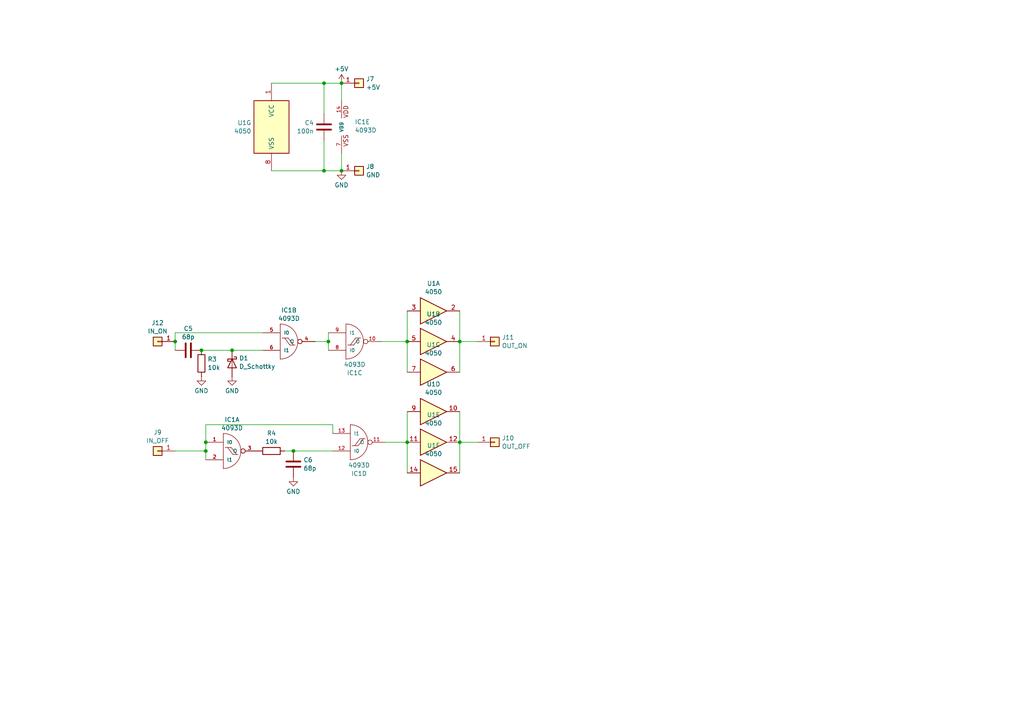
<source format=kicad_sch>
(kicad_sch (version 20231120) (generator "eeschema") (generator_version "8.0")
  (paper "A4")
  (title_block (title "HTOL pulser") (date "2025-01-17") (rev "A") (company "Xavier B.") (comment 1 "NXP TLS"))
  (lib_symbols
    (symbol "40xx:4093D" (pin_names (offset 1.016))
      (property "Reference" "IC" (at 2.54 3.175 0))
      (property "Value" "4093D" (at 2.54 -5.08 0))
      (symbol "4093D_1_0"
        (polyline (pts (xy -2.54 5.08) (xy -2.54 -5.08)))
        (polyline (pts (xy -1.27 1.016) (xy 0.254 -1.016)))
        (polyline (pts (xy -0.254 1.016) (xy -2.032 1.016)))
        (polyline (pts (xy -0.254 1.016) (xy 1.27 -1.016)))
        (polyline (pts (xy 0.254 -1.016) (xy 1.778 -1.016)))
      )
      (symbol "4093D_1_1"
        (arc (start -2.54 -5.08) (mid 2.5179 0) (end -2.54 5.08))
        (pin input line (at -7.62 2.54 0) (length 5.08) (name "I0") (number "1"))
        (pin input line (at -7.62 -2.54 0) (length 5.08) (name "I1") (number "2"))
        (pin output inverted (at 7.62 0 180) (length 5.08) (name "O") (number "3"))
      )
      (symbol "4093D_2_0"
        (polyline (pts (xy -2.54 5.08) (xy -2.54 -5.08)))
        (polyline (pts (xy -1.27 1.016) (xy 0.254 -1.016)))
        (polyline (pts (xy -0.254 1.016) (xy -2.032 1.016)))
        (polyline (pts (xy -0.254 1.016) (xy 1.27 -1.016)))
        (polyline (pts (xy 0.254 -1.016) (xy 1.778 -1.016)))
      )
      (symbol "4093D_2_1"
        (arc (start -2.54 -5.08) (mid 2.5179 0) (end -2.54 5.08))
        (pin output inverted (at 7.62 0 180) (length 5.08) (name "O") (number "4"))
        (pin input line (at -7.62 2.54 0) (length 5.08) (name "I0") (number "5"))
        (pin input line (at -7.62 -2.54 0) (length 5.08) (name "I1") (number "6"))
      )
      (symbol "4093D_3_0"
        (polyline (pts (xy -2.54 5.08) (xy -2.54 -5.08)))
        (polyline (pts (xy -1.27 1.016) (xy 0.254 -1.016)))
        (polyline (pts (xy -0.254 1.016) (xy -2.032 1.016)))
        (polyline (pts (xy -0.254 1.016) (xy 1.27 -1.016)))
        (polyline (pts (xy 0.254 -1.016) (xy 1.778 -1.016)))
      )
      (symbol "4093D_3_1"
        (arc (start -2.54 -5.08) (mid 2.5179 0) (end -2.54 5.08))
        (pin output inverted (at 7.62 0 180) (length 5.08) (name "O") (number "10"))
        (pin input line (at -7.62 2.54 0) (length 5.08) (name "I0") (number "8"))
        (pin input line (at -7.62 -2.54 0) (length 5.08) (name "I1") (number "9"))
      )
      (symbol "4093D_4_0"
        (polyline (pts (xy -2.54 5.08) (xy -2.54 -5.08)))
        (polyline (pts (xy -1.27 1.016) (xy 0.254 -1.016)))
        (polyline (pts (xy -0.254 1.016) (xy -2.032 1.016)))
        (polyline (pts (xy -0.254 1.016) (xy 1.27 -1.016)))
        (polyline (pts (xy 0.254 -1.016) (xy 1.778 -1.016)))
      )
      (symbol "4093D_4_1"
        (arc (start -2.54 -5.08) (mid 2.5179 0) (end -2.54 5.08))
        (pin output inverted (at 7.62 0 180) (length 5.08) (name "O") (number "11"))
        (pin input line (at -7.62 2.54 0) (length 5.08) (name "I0") (number "12"))
        (pin input line (at -7.62 -2.54 0) (length 5.08) (name "I1") (number "13"))
      )
      (symbol "4093D_5_0"
        (text "VDD" (at 1.27 4.445 1) (effects (font (size 1.27 1.27))))
        (text "VSS" (at 1.27 -3.937 1) (effects (font (size 1.27 1.27))))
      )
      (symbol "4093D_5_1"
        (pin power_in line (at 0 7.62 270) (length 5.08) (name "VDD") (number "14"))
        (pin power_in line (at 0 -7.62 90) (length 5.08) (name "VSS") (number "7"))
      )
    )
    (symbol "4xxx:4050" (pin_names (offset 1.016))
      (property "Reference" "U" (at 0 1.27 0))
      (property "Value" "4050" (at 0 -1.27 0))
      (symbol "4050_1_0"
        (polyline (pts (xy -3.81 3.81) (xy -3.81 -3.81) (xy 3.81 0) (xy -3.81 3.81)) (stroke (width 0.254)) (fill (type background)))
        (pin output line (at 7.62 0 180) (length 3.81) (name "~") (number "2"))
        (pin input line (at -7.62 0 0) (length 3.81) (name "~") (number "3"))
      )
      (symbol "4050_2_0"
        (polyline (pts (xy -3.81 3.81) (xy -3.81 -3.81) (xy 3.81 0) (xy -3.81 3.81)) (stroke (width 0.254)) (fill (type background)))
        (pin output line (at 7.62 0 180) (length 3.81) (name "~") (number "4"))
        (pin input line (at -7.62 0 0) (length 3.81) (name "~") (number "5"))
      )
      (symbol "4050_3_0"
        (polyline (pts (xy -3.81 3.81) (xy -3.81 -3.81) (xy 3.81 0) (xy -3.81 3.81)) (stroke (width 0.254)) (fill (type background)))
        (pin output line (at 7.62 0 180) (length 3.81) (name "~") (number "6"))
        (pin input line (at -7.62 0 0) (length 3.81) (name "~") (number "7"))
      )
      (symbol "4050_4_0"
        (polyline (pts (xy -3.81 3.81) (xy -3.81 -3.81) (xy 3.81 0) (xy -3.81 3.81)) (stroke (width 0.254)) (fill (type background)))
        (pin output line (at 7.62 0 180) (length 3.81) (name "~") (number "10"))
        (pin input line (at -7.62 0 0) (length 3.81) (name "~") (number "9"))
      )
      (symbol "4050_5_0"
        (polyline (pts (xy -3.81 3.81) (xy -3.81 -3.81) (xy 3.81 0) (xy -3.81 3.81)) (stroke (width 0.254)) (fill (type background)))
        (pin input line (at -7.62 0 0) (length 3.81) (name "~") (number "11"))
        (pin output line (at 7.62 0 180) (length 3.81) (name "~") (number "12"))
      )
      (symbol "4050_6_0"
        (polyline (pts (xy -3.81 3.81) (xy -3.81 -3.81) (xy 3.81 0) (xy -3.81 3.81)) (stroke (width 0.254)) (fill (type background)))
        (pin input line (at -7.62 0 0) (length 3.81) (name "~") (number "14"))
        (pin output line (at 7.62 0 180) (length 3.81) (name "~") (number "15"))
      )
      (symbol "4050_7_0"
        (pin power_in line (at 0 12.7 270) (length 5.08) (name "VCC") (number "1"))
        (pin power_in line (at 0 -12.7 90) (length 5.08) (name "VSS") (number "8"))
      )
      (symbol "4050_7_1"
        (rectangle (start -5.08 7.62) (end 5.08 -7.62) (stroke (width 0.254)) (fill (type background)))
      )
    )
    (symbol "Connector_Generic:Conn_01x01" (pin_names (offset 1.016) hide)
      (property "Reference" "J" (at 0 2.54 0))
      (property "Value" "Conn_01x01" (at 0 -2.54 0))
      (symbol "Conn_01x01_1_1"
        (rectangle (start -1.27 0.127) (end 0 -0.127) (stroke (width 0.1524)))
        (rectangle (start -1.27 1.27) (end 1.27 -1.27) (stroke (width 0.254)) (fill (type background)))
        (pin passive line (at -5.08 0 0) (length 3.81) (name "Pin_1") (number "1"))
      )
    )
    (symbol "Device:C" (pin_numbers hide) (pin_names (offset 0.254))
      (property "Reference" "C" (at 0.635 2.54 0))
      (property "Value" "C" (at 0.635 -2.54 0))
      (symbol "C_0_1"
        (polyline (pts (xy -2.032 -0.762) (xy 2.032 -0.762)) (stroke (width 0.508)))
        (polyline (pts (xy -2.032 0.762) (xy 2.032 0.762)) (stroke (width 0.508)))
      )
      (symbol "C_1_1"
        (pin passive line (at 0 3.81 270) (length 2.794) (name "~") (number "1"))
        (pin passive line (at 0 -3.81 90) (length 2.794) (name "~") (number "2"))
      )
    )
    (symbol "Device:D_Schottky" (pin_numbers hide) (pin_names (offset 1.016) hide)
      (property "Reference" "D" (at 0 2.54 0))
      (property "Value" "D_Schottky" (at 0 -2.54 0))
      (symbol "D_Schottky_0_1"
        (polyline (pts (xy 1.27 0) (xy -1.27 0)))
        (polyline (pts (xy 1.27 1.27) (xy 1.27 -1.27) (xy -1.27 0) (xy 1.27 1.27)) (stroke (width 0.254)))
        (polyline (pts (xy -1.905 0.635) (xy -1.905 1.27) (xy -1.27 1.27) (xy -1.27 -1.27) (xy -0.635 -1.27) (xy -0.635 -0.635)) (stroke (width 0.254)))
      )
      (symbol "D_Schottky_1_1"
        (pin passive line (at -3.81 0 0) (length 2.54) (name "K") (number "1"))
        (pin passive line (at 3.81 0 180) (length 2.54) (name "A") (number "2"))
      )
    )
    (symbol "Device:R" (pin_numbers hide) (pin_names (offset 0))
      (property "Reference" "R" (at 2.032 0 90))
      (property "Value" "R" (at 0 0 90))
      (symbol "R_0_1"
        (rectangle (start -1.016 -2.54) (end 1.016 2.54) (stroke (width 0.254)))
      )
      (symbol "R_1_1"
        (pin passive line (at 0 3.81 270) (length 1.27) (name "~") (number "1"))
        (pin passive line (at 0 -3.81 90) (length 1.27) (name "~") (number "2"))
      )
    )
    (symbol "power:+5V" (power) (pin_numbers hide) (pin_names (offset 0) hide)
      (property "Value" "+5V" (at 0 3.556 0))
      (symbol "+5V_0_1"
        (polyline (pts (xy -0.762 1.27) (xy 0 2.54)))
        (polyline (pts (xy 0 0) (xy 0 2.54)))
        (polyline (pts (xy 0 2.54) (xy 0.762 1.27)))
      )
      (symbol "+5V_1_1"
        (pin power_in line (at 0 0 90) (length 0) (name "~") (number "1"))
      )
    )
    (symbol "power:GND" (power) (pin_numbers hide) (pin_names (offset 0) hide)
      (property "Value" "GND" (at 0 -3.81 0))
      (symbol "GND_0_1"
        (polyline (pts (xy 0 0) (xy 0 -1.27) (xy 1.27 -1.27) (xy 0 -2.54) (xy -1.27 -1.27) (xy 0 -1.27)))
      )
      (symbol "GND_1_1"
        (pin power_in line (at 0 0 270) (length 0) (name "~") (number "1"))
      )
    )
  )
  (junction (at 118.11 128.27))
  (junction (at 133.35 128.27))
  (junction (at 67.31 101.6))
  (junction (at 50.8 99.06))
  (junction (at 85.09 130.81))
  (junction (at 58.42 101.6))
  (junction (at 95.25 99.06))
  (junction (at 93.98 24.13))
  (junction (at 59.69 130.81))
  (junction (at 99.06 49.53))
  (junction (at 99.06 24.13))
  (junction (at 133.35 99.06))
  (junction (at 118.11 99.06))
  (junction (at 59.69 128.27))
  (junction (at 93.98 49.53))
  (wire (pts (xy 95.25 99.06) (xy 95.25 101.6)))
  (wire (pts (xy 133.35 99.06) (xy 133.35 107.95)))
  (wire (pts (xy 50.8 99.06) (xy 50.8 101.6)))
  (wire (pts (xy 59.69 123.19) (xy 59.69 128.27)))
  (wire (pts (xy 59.69 130.81) (xy 59.69 133.35)))
  (wire (pts (xy 50.8 130.81) (xy 59.69 130.81)))
  (wire (pts (xy 118.11 128.27) (xy 111.76 128.27)))
  (wire (pts (xy 133.35 119.38) (xy 133.35 128.27)))
  (wire (pts (xy 99.06 24.13) (xy 99.06 29.21)))
  (wire (pts (xy 118.11 99.06) (xy 118.11 107.95)))
  (wire (pts (xy 93.98 24.13) (xy 99.06 24.13)))
  (wire (pts (xy 58.42 101.6) (xy 67.31 101.6)))
  (wire (pts (xy 93.98 33.02) (xy 93.98 24.13)))
  (wire (pts (xy 96.52 123.19) (xy 59.69 123.19)))
  (wire (pts (xy 85.09 130.81) (xy 96.52 130.81)))
  (wire (pts (xy 95.25 96.52) (xy 95.25 99.06)))
  (wire (pts (xy 67.31 101.6) (xy 76.2 101.6)))
  (wire (pts (xy 99.06 49.53) (xy 99.06 44.45)))
  (wire (pts (xy 50.8 96.52) (xy 50.8 99.06)))
  (wire (pts (xy 96.52 123.19) (xy 96.52 125.73)))
  (wire (pts (xy 78.74 49.53) (xy 93.98 49.53)))
  (wire (pts (xy 76.2 96.52) (xy 50.8 96.52)))
  (wire (pts (xy 78.74 24.13) (xy 93.98 24.13)))
  (wire (pts (xy 118.11 128.27) (xy 118.11 137.16)))
  (wire (pts (xy 93.98 49.53) (xy 99.06 49.53)))
  (wire (pts (xy 118.11 90.17) (xy 118.11 99.06)))
  (wire (pts (xy 85.09 130.81) (xy 82.55 130.81)))
  (wire (pts (xy 91.44 99.06) (xy 95.25 99.06)))
  (wire (pts (xy 133.35 90.17) (xy 133.35 99.06)))
  (wire (pts (xy 138.43 128.27) (xy 133.35 128.27)))
  (wire (pts (xy 93.98 40.64) (xy 93.98 49.53)))
  (wire (pts (xy 133.35 99.06) (xy 138.43 99.06)))
  (wire (pts (xy 118.11 99.06) (xy 110.49 99.06)))
  (wire (pts (xy 133.35 128.27) (xy 133.35 137.16)))
  (wire (pts (xy 118.11 119.38) (xy 118.11 128.27)))
  (wire (pts (xy 59.69 128.27) (xy 59.69 130.81)))
  (symbol (lib_id "4xxx:4050") (at 125.73 137.16 0) (unit 6)
    (property "Reference" "U1" (at 125.73 129.2055 0))
    (property "Value" "4050" (at 125.73 131.6298 0))
    (property "Footprint" "Package_DIP:DIP-14_W7.62mm_LongPads" (effects (hide yes)))
    (property "Datasheet" "http://www.intersil.com/content/dam/intersil/documents/cd40/cd4050bms.pdf" (effects (hide yes)))
    (property "Description" "Hex Buffer" (effects (hide yes)))
  )
  (symbol (lib_id "40xx:4093D") (at 67.31 130.81 0) (unit 1)
    (property "Reference" "IC1" (at 67.31 121.7125 0))
    (property "Value" "4093D" (at 67.31 124.1368 0))
    (property "Footprint" "Package_DIP:DIP-14_W7.62mm_LongPads" (effects (hide yes)))
  )
  (symbol (lib_id "power:GND") (at 85.09 138.43 0) (unit 1)
    (property "Reference" "#PWR011" (effects (hide yes)))
    (property "Value" "GND" (at 85.09 142.5631 0))
    (property "Description" "Power symbol creates a global label with name \"GND\" , ground" (effects (hide yes)))
  )
  (symbol (lib_id "4xxx:4050") (at 125.73 107.95 0) (unit 3)
    (property "Reference" "U1" (at 125.73 99.9955 0))
    (property "Value" "4050" (at 125.73 102.4198 0))
    (property "Footprint" "Package_DIP:DIP-14_W7.62mm_LongPads" (effects (hide yes)))
    (property "Datasheet" "http://www.intersil.com/content/dam/intersil/documents/cd40/cd4050bms.pdf" (effects (hide yes)))
    (property "Description" "Hex Buffer" (effects (hide yes)))
  )
  (symbol (lib_id "40xx:4093D") (at 83.82 99.06 0) (unit 2)
    (property "Reference" "IC1" (at 83.82 89.9625 0))
    (property "Value" "4093D" (at 83.82 92.3868 0))
    (property "Footprint" "Package_DIP:DIP-14_W7.62mm_LongPads" (effects (hide yes)))
  )
  (symbol (lib_id "Device:R") (at 58.42 105.41 0) (unit 1)
    (property "Reference" "R3" (at 60.198 104.1978 0) (effects (justify left)))
    (property "Value" "10k" (at 60.198 106.6221 0) (effects (justify left)))
    (property "Footprint" "Resistor_THT:R_Axial_DIN0207_L6.3mm_D2.5mm_P2.54mm_Vertical" (effects (hide yes)))
    (property "Description" "Resistor" (effects (hide yes)))
  )
  (symbol (lib_id "40xx:4093D") (at 102.87 99.06 0) (mirror x) (unit 3)
    (property "Reference" "IC1" (at 102.87 108.1575 0))
    (property "Value" "4093D" (at 102.87 105.7332 0))
    (property "Footprint" "Package_DIP:DIP-14_W7.62mm_LongPads" (effects (hide yes)))
  )
  (symbol (lib_id "4xxx:4050") (at 125.73 99.06 0) (unit 2)
    (property "Reference" "U1" (at 125.73 91.1055 0))
    (property "Value" "4050" (at 125.73 93.5298 0))
    (property "Footprint" "Package_DIP:DIP-14_W7.62mm_LongPads" (effects (hide yes)))
    (property "Datasheet" "http://www.intersil.com/content/dam/intersil/documents/cd40/cd4050bms.pdf" (effects (hide yes)))
    (property "Description" "Hex Buffer" (effects (hide yes)))
  )
  (symbol (lib_id "Connector_Generic:Conn_01x01") (at 143.51 99.06 0) (unit 1)
    (property "Reference" "J11" (at 145.542 97.8478 0) (effects (justify left)))
    (property "Value" "OUT_ON" (at 145.542 100.2721 0) (effects (justify left)))
    (property "Footprint" "Connector_PinHeader_2.54mm:PinHeader_1x01_P2.54mm_Vertical" (effects (hide yes)))
    (property "Description" "Generic connector, single row, 01x01, script generated (kicad-library-utils/schlib/autogen/connector/)" (effects (hide yes)))
  )
  (symbol (lib_id "Connector_Generic:Conn_01x01") (at 104.14 24.13 0) (unit 1)
    (property "Reference" "J7" (at 106.172 22.9178 0) (effects (justify left)))
    (property "Value" "+5V" (at 106.172 25.3421 0) (effects (justify left)))
    (property "Footprint" "Connector_PinHeader_2.54mm:PinHeader_1x01_P2.54mm_Vertical" (effects (hide yes)))
    (property "Description" "Generic connector, single row, 01x01, script generated (kicad-library-utils/schlib/autogen/connector/)" (effects (hide yes)))
  )
  (symbol (lib_id "Device:R") (at 78.74 130.81 90) (unit 1)
    (property "Reference" "R4" (at 78.74 125.6495 90))
    (property "Value" "10k" (at 78.74 128.0738 90))
    (property "Footprint" "Resistor_THT:R_Axial_DIN0207_L6.3mm_D2.5mm_P15.24mm_Horizontal" (effects (hide yes)))
    (property "Description" "Resistor" (effects (hide yes)))
  )
  (symbol (lib_id "Connector_Generic:Conn_01x01") (at 45.72 99.06 180) (unit 1)
    (property "Reference" "J12" (at 45.72 93.6455 0))
    (property "Value" "IN_ON" (at 45.72 96.0698 0))
    (property "Footprint" "Connector_PinHeader_2.54mm:PinHeader_1x01_P2.54mm_Vertical" (effects (hide yes)))
    (property "Description" "Generic connector, single row, 01x01, script generated (kicad-library-utils/schlib/autogen/connector/)" (effects (hide yes)))
  )
  (symbol (lib_id "power:+5V") (at 99.06 24.13 0) (unit 1)
    (property "Reference" "#PWR07" (effects (hide yes)))
    (property "Value" "+5V" (at 99.06 19.9969 0))
    (property "Description" "Power symbol creates a global label with name \"+5V\"" (effects (hide yes)))
  )
  (symbol (lib_id "4xxx:4050") (at 78.74 36.83 0) (unit 7)
    (property "Reference" "U1" (at 72.898 35.6178 0) (effects (justify right)))
    (property "Value" "4050" (at 72.898 38.0421 0) (effects (justify right)))
    (property "Footprint" "Package_DIP:DIP-14_W7.62mm_LongPads" (effects (hide yes)))
    (property "Datasheet" "http://www.intersil.com/content/dam/intersil/documents/cd40/cd4050bms.pdf" (effects (hide yes)))
    (property "Description" "Hex Buffer" (effects (hide yes)))
  )
  (symbol (lib_id "power:GND") (at 58.42 109.22 0) (unit 1)
    (property "Reference" "#PWR09" (effects (hide yes)))
    (property "Value" "GND" (at 58.42 113.3531 0))
    (property "Description" "Power symbol creates a global label with name \"GND\" , ground" (effects (hide yes)))
  )
  (symbol (lib_id "40xx:4093D") (at 99.06 36.83 0) (unit 5)
    (property "Reference" "IC1" (at 102.8887 35.3638 0) (effects (justify left)))
    (property "Value" "4093D" (at 102.8887 37.7881 0) (effects (justify left)))
    (property "Footprint" "Package_DIP:DIP-14_W7.62mm_LongPads" (effects (hide yes)))
  )
  (symbol (lib_id "4xxx:4050") (at 125.73 128.27 0) (unit 5)
    (property "Reference" "U1" (at 125.73 120.3155 0))
    (property "Value" "4050" (at 125.73 122.7398 0))
    (property "Footprint" "Package_DIP:DIP-14_W7.62mm_LongPads" (effects (hide yes)))
    (property "Datasheet" "http://www.intersil.com/content/dam/intersil/documents/cd40/cd4050bms.pdf" (effects (hide yes)))
    (property "Description" "Hex Buffer" (effects (hide yes)))
  )
  (symbol (lib_id "4xxx:4050") (at 125.73 119.38 0) (unit 4)
    (property "Reference" "U1" (at 125.73 111.4255 0))
    (property "Value" "4050" (at 125.73 113.8498 0))
    (property "Footprint" "Package_DIP:DIP-14_W7.62mm_LongPads" (effects (hide yes)))
    (property "Datasheet" "http://www.intersil.com/content/dam/intersil/documents/cd40/cd4050bms.pdf" (effects (hide yes)))
    (property "Description" "Hex Buffer" (effects (hide yes)))
  )
  (symbol (lib_id "Device:C") (at 85.09 134.62 0) (unit 1)
    (property "Reference" "C6" (at 88.011 133.4078 0) (effects (justify left)))
    (property "Value" "68p" (at 88.011 135.8321 0) (effects (justify left)))
    (property "Footprint" "Capacitor_THT:C_Disc_D4.7mm_W2.5mm_P5.00mm" (effects (hide yes)))
    (property "Description" "Unpolarized capacitor" (effects (hide yes)))
  )
  (symbol (lib_id "power:GND") (at 99.06 49.53 0) (unit 1)
    (property "Reference" "#PWR08" (effects (hide yes)))
    (property "Value" "GND" (at 99.06 53.6631 0))
    (property "Description" "Power symbol creates a global label with name \"GND\" , ground" (effects (hide yes)))
  )
  (symbol (lib_id "Connector_Generic:Conn_01x01") (at 143.51 128.27 0) (unit 1)
    (property "Reference" "J10" (at 145.542 127.0578 0) (effects (justify left)))
    (property "Value" "OUT_OFF" (at 145.542 129.4821 0) (effects (justify left)))
    (property "Footprint" "Connector_PinHeader_2.54mm:PinHeader_1x01_P2.54mm_Vertical" (effects (hide yes)))
    (property "Description" "Generic connector, single row, 01x01, script generated (kicad-library-utils/schlib/autogen/connector/)" (effects (hide yes)))
  )
  (symbol (lib_id "Connector_Generic:Conn_01x01") (at 45.72 130.81 180) (unit 1)
    (property "Reference" "J9" (at 45.72 125.3955 0))
    (property "Value" "IN_OFF" (at 45.72 127.8198 0))
    (property "Footprint" "Connector_PinHeader_2.54mm:PinHeader_1x01_P2.54mm_Vertical" (effects (hide yes)))
    (property "Description" "Generic connector, single row, 01x01, script generated (kicad-library-utils/schlib/autogen/connector/)" (effects (hide yes)))
  )
  (symbol (lib_id "40xx:4093D") (at 104.14 128.27 0) (mirror x) (unit 4)
    (property "Reference" "IC1" (at 104.14 137.3675 0))
    (property "Value" "4093D" (at 104.14 134.9432 0))
    (property "Footprint" "Package_DIP:DIP-14_W7.62mm_LongPads" (effects (hide yes)))
  )
  (symbol (lib_id "power:GND") (at 67.31 109.22 0) (unit 1)
    (property "Reference" "#PWR010" (effects (hide yes)))
    (property "Value" "GND" (at 67.31 113.3531 0))
    (property "Description" "Power symbol creates a global label with name \"GND\" , ground" (effects (hide yes)))
  )
  (symbol (lib_id "Device:C") (at 54.61 101.6 270) (unit 1)
    (property "Reference" "C5" (at 54.61 95.2965 90))
    (property "Value" "68p" (at 54.61 97.7208 90))
    (property "Footprint" "Capacitor_THT:C_Disc_D4.7mm_W2.5mm_P5.00mm" (effects (hide yes)))
    (property "Description" "Unpolarized capacitor" (effects (hide yes)))
  )
  (symbol (lib_id "Device:C") (at 93.98 36.83 180) (unit 1)
    (property "Reference" "C4" (at 91.0591 35.6178 0) (effects (justify left)))
    (property "Value" "100n" (at 91.0591 38.0421 0) (effects (justify left)))
    (property "Footprint" "Capacitor_THT:C_Disc_D4.7mm_W2.5mm_P5.00mm" (effects (hide yes)))
    (property "Description" "Unpolarized capacitor" (effects (hide yes)))
  )
  (symbol (lib_id "Device:D_Schottky") (at 67.31 105.41 270) (unit 1)
    (property "Reference" "D1" (at 69.342 103.8803 90) (effects (justify left)))
    (property "Value" "D_Schottky" (at 69.342 106.3046 90) (effects (justify left)))
    (property "Footprint" "Diode_THT:D_DO-15_P3.81mm_Vertical_KathodeUp" (effects (hide yes)))
    (property "Description" "Schottky diode" (effects (hide yes)))
  )
  (symbol (lib_id "Connector_Generic:Conn_01x01") (at 104.14 49.53 0) (unit 1)
    (property "Reference" "J8" (at 106.172 48.3178 0) (effects (justify left)))
    (property "Value" "GND" (at 106.172 50.7421 0) (effects (justify left)))
    (property "Footprint" "Connector_PinHeader_2.54mm:PinHeader_1x01_P2.54mm_Vertical" (effects (hide yes)))
    (property "Description" "Generic connector, single row, 01x01, script generated (kicad-library-utils/schlib/autogen/connector/)" (effects (hide yes)))
  )
  (symbol (lib_id "4xxx:4050") (at 125.73 90.17 0) (unit 1)
    (property "Reference" "U1" (at 125.73 82.2155 0))
    (property "Value" "4050" (at 125.73 84.6398 0))
    (property "Footprint" "Package_DIP:DIP-14_W7.62mm_LongPads" (effects (hide yes)))
    (property "Datasheet" "http://www.intersil.com/content/dam/intersil/documents/cd40/cd4050bms.pdf" (effects (hide yes)))
    (property "Description" "Hex Buffer" (effects (hide yes)))
  )
)
</source>
